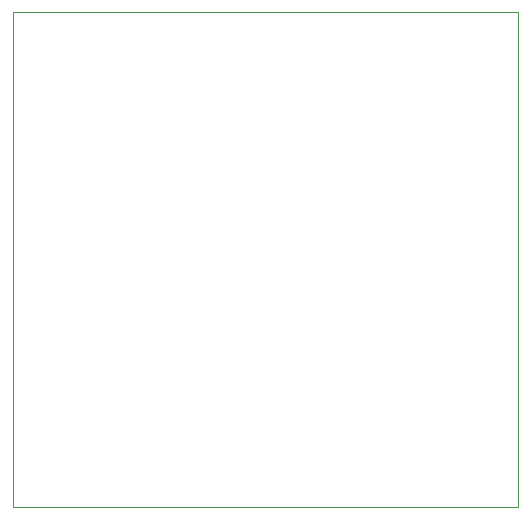
<source format=gbr>
%TF.GenerationSoftware,Altium Limited,Altium Designer,24.10.1 (45)*%
G04 Layer_Color=0*
%FSLAX45Y45*%
%MOMM*%
%TF.SameCoordinates,5D496F93-7052-41A5-B1B5-48F2770EFFD0*%
%TF.FilePolarity,Positive*%
%TF.FileFunction,Profile,NP*%
%TF.Part,Single*%
G01*
G75*
%TA.AperFunction,Profile*%
%ADD34C,0.02540*%
D34*
X0Y0D02*
X4279900D01*
Y4191000D01*
X0D01*
Y0D01*
%TF.MD5,75b6c5a9f12a3f4072197f411cd1a7ed*%
M02*

</source>
